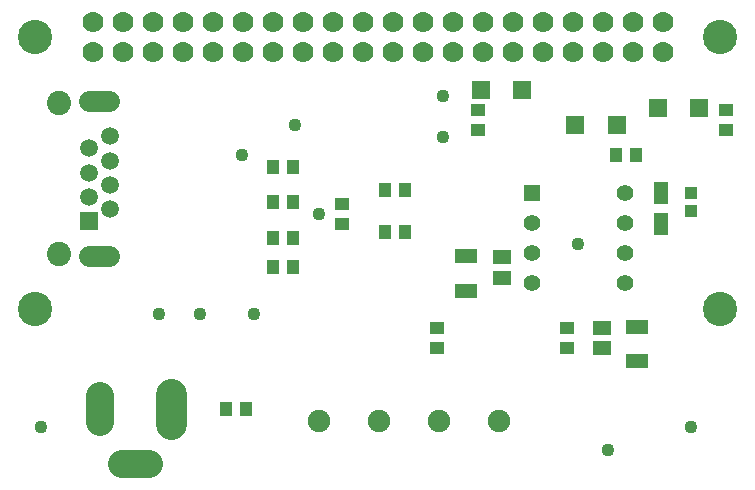
<source format=gbr>
G04 EAGLE Gerber RS-274X export*
G75*
%MOMM*%
%FSLAX34Y34*%
%LPD*%
%INSoldermask Top*%
%IPPOS*%
%AMOC8*
5,1,8,0,0,1.08239X$1,22.5*%
G01*
%ADD10C,2.901600*%
%ADD11C,1.778000*%
%ADD12R,1.389600X1.389600*%
%ADD13C,1.389600*%
%ADD14R,1.916900X1.266200*%
%ADD15R,1.566900X1.266200*%
%ADD16R,1.071800X1.022500*%
%ADD17R,1.201600X1.101600*%
%ADD18R,1.290300X1.897100*%
%ADD19R,1.101600X1.201600*%
%ADD20C,1.801600*%
%ADD21C,2.051600*%
%ADD22C,1.509600*%
%ADD23R,1.509600X1.509600*%
%ADD24C,2.601600*%
%ADD25C,2.351600*%
%ADD26R,1.601600X1.601600*%
%ADD27C,1.901600*%
%ADD28C,1.108000*%


D10*
X35000Y35000D03*
X35000Y265000D03*
X615000Y265000D03*
X615000Y35000D03*
D11*
X83700Y252300D03*
X83700Y277700D03*
X109100Y252300D03*
X109100Y277700D03*
X134500Y252300D03*
X134500Y277700D03*
X159900Y252300D03*
X159900Y277700D03*
X185300Y252300D03*
X185300Y277700D03*
X210700Y252300D03*
X210700Y277700D03*
X236100Y252300D03*
X236100Y277700D03*
X261500Y252300D03*
X261500Y277700D03*
X286900Y252300D03*
X286900Y277700D03*
X312300Y252300D03*
X312300Y277700D03*
X337700Y252300D03*
X337700Y277700D03*
X363100Y252300D03*
X363100Y277700D03*
X388500Y252300D03*
X388500Y277700D03*
X413900Y252300D03*
X413900Y277700D03*
X439300Y252300D03*
X439300Y277700D03*
X464700Y252300D03*
X464700Y277700D03*
X490100Y252300D03*
X490100Y277700D03*
X515500Y252300D03*
X515500Y277700D03*
X540900Y252300D03*
X540900Y277700D03*
X566300Y252300D03*
X566300Y277700D03*
D12*
X455300Y133100D03*
D13*
X455300Y107700D03*
X455300Y82300D03*
X455300Y56900D03*
X534700Y56900D03*
X534700Y82300D03*
X534700Y107700D03*
X534700Y133100D03*
D14*
X400000Y79754D03*
X400000Y50246D03*
D15*
X430000Y78754D03*
X430000Y61246D03*
D16*
X590000Y132746D03*
X590000Y117254D03*
D17*
X375000Y1500D03*
X375000Y18500D03*
D18*
X565000Y133099D03*
X565000Y106901D03*
D14*
X545000Y19754D03*
X545000Y-9754D03*
D15*
X515000Y18754D03*
X515000Y1246D03*
D17*
X485000Y1500D03*
X485000Y18500D03*
D19*
X236500Y70000D03*
X253500Y70000D03*
X236500Y155000D03*
X253500Y155000D03*
D20*
X97800Y79100D02*
X80800Y79100D01*
X80800Y210900D02*
X97800Y210900D01*
D21*
X55000Y209000D03*
X55000Y81000D03*
D22*
X98200Y180700D03*
X80400Y170500D03*
X98200Y160300D03*
X98200Y139900D03*
X98200Y119500D03*
X80400Y150100D03*
X80400Y129700D03*
D23*
X80400Y109300D03*
D24*
X150000Y-37500D02*
X150000Y-62500D01*
D25*
X90000Y-61250D02*
X90000Y-38750D01*
X108750Y-97000D02*
X131250Y-97000D01*
D19*
X196500Y-50000D03*
X213500Y-50000D03*
D26*
X527500Y190000D03*
X492500Y190000D03*
X597500Y205000D03*
X562500Y205000D03*
D17*
X620000Y203500D03*
X620000Y186500D03*
D19*
X526500Y165000D03*
X543500Y165000D03*
D26*
X412500Y220000D03*
X447500Y220000D03*
D17*
X410000Y203500D03*
X410000Y186500D03*
D27*
X275000Y-60000D03*
X325800Y-60000D03*
X376600Y-60000D03*
X427400Y-60000D03*
D17*
X295000Y123500D03*
X295000Y106500D03*
D19*
X348500Y100000D03*
X331500Y100000D03*
X331500Y135000D03*
X348500Y135000D03*
X236500Y125000D03*
X253500Y125000D03*
X236500Y95000D03*
X253500Y95000D03*
D28*
X140000Y30000D03*
X175000Y30000D03*
X220000Y30000D03*
X520000Y-85000D03*
X590000Y-65000D03*
X210000Y165000D03*
X380000Y215000D03*
X495000Y90000D03*
X40000Y-65000D03*
X275000Y115000D03*
X255000Y190000D03*
X380000Y180000D03*
M02*

</source>
